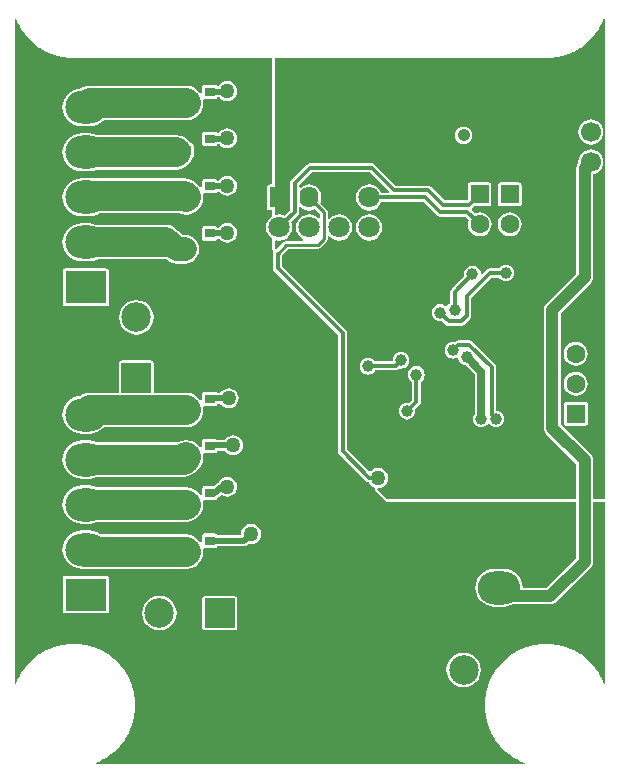
<source format=gbl>
G04 Layer_Physical_Order=2*
G04 Layer_Color=16711680*
%FSLAX25Y25*%
%MOIN*%
G70*
G01*
G75*
%ADD22C,0.01968*%
%ADD23C,0.01378*%
%ADD25C,0.02756*%
%ADD26C,0.09842*%
%ADD28C,0.07087*%
%ADD29O,0.06299X0.07087*%
%ADD30R,0.06299X0.07087*%
%ADD31C,0.04134*%
%ADD32C,0.06693*%
%ADD33R,0.06693X0.06693*%
%ADD34R,0.06299X0.06299*%
%ADD35C,0.06299*%
%ADD36R,0.09842X0.09842*%
%ADD37R,0.09842X0.09842*%
%ADD38C,0.02756*%
%ADD39C,0.03937*%
%ADD40C,0.05000*%
%ADD41R,0.03543X0.03150*%
%ADD42C,0.03937*%
%ADD43C,0.01000*%
%ADD44C,0.09842*%
%ADD45C,0.07874*%
%ADD46O,0.13780X0.11024*%
%ADD47R,0.13780X0.11024*%
%ADD48R,0.14173X0.11024*%
%ADD49O,0.14173X0.11024*%
G36*
X1239Y246868D02*
X1268Y246823D01*
X1286Y246772D01*
X2576Y244538D01*
X2611Y244497D01*
X2635Y244449D01*
X4206Y242402D01*
X4247Y242366D01*
X4276Y242322D01*
X6101Y240497D01*
X6146Y240467D01*
X6181Y240427D01*
X8228Y238856D01*
X8277Y238832D01*
X8317Y238796D01*
X10552Y237506D01*
X10603Y237489D01*
X10648Y237459D01*
X13032Y236472D01*
X13084Y236461D01*
X13133Y236437D01*
X15625Y235770D01*
X15679Y235766D01*
X15730Y235749D01*
X18288Y235412D01*
X18342Y235415D01*
X18394Y235405D01*
X19685D01*
X85799D01*
Y193335D01*
X84961D01*
X84649Y193273D01*
X84384Y193096D01*
X84207Y192832D01*
X84145Y192520D01*
Y185433D01*
X84207Y185121D01*
X84384Y184856D01*
X84649Y184679D01*
X84961Y184617D01*
X85799D01*
Y183532D01*
X85817Y183438D01*
X85821Y183341D01*
X85848Y183283D01*
X85861Y183220D01*
X85897Y182945D01*
X85727Y182627D01*
X85712Y182611D01*
X85013Y182074D01*
X84316Y181167D01*
X83879Y180110D01*
X83729Y178976D01*
X83879Y177843D01*
X84316Y176786D01*
X85013Y175879D01*
X85712Y175342D01*
X85727Y175326D01*
X85897Y175008D01*
X85861Y174733D01*
X85848Y174670D01*
X85821Y174611D01*
X85817Y174515D01*
X85799Y174421D01*
Y171964D01*
X85822Y171847D01*
X85834Y171727D01*
X85853Y171692D01*
X85861Y171652D01*
X85927Y171552D01*
X85984Y171446D01*
X86015Y171421D01*
X86037Y171388D01*
X86196Y170856D01*
X86080Y170276D01*
Y165354D01*
X86196Y164773D01*
X86525Y164281D01*
X107734Y143072D01*
Y104331D01*
X107849Y103750D01*
X108178Y103257D01*
X117037Y94399D01*
X117037Y94399D01*
X117529Y94070D01*
X118110Y93954D01*
X118110Y93954D01*
X118120D01*
X118180Y93808D01*
X118709Y93119D01*
X119399Y92590D01*
X119781Y92431D01*
X119864Y92370D01*
X120131Y92026D01*
X120126Y91997D01*
X120078Y91833D01*
X120081Y91773D01*
X120069Y91713D01*
X120089Y91615D01*
X120094Y91515D01*
X120120Y91461D01*
X120131Y91401D01*
X120187Y91318D01*
X120230Y91228D01*
X120275Y91187D01*
X120308Y91137D01*
X123632Y87813D01*
X123897Y87636D01*
X124209Y87574D01*
X124209Y87574D01*
X187168D01*
Y68706D01*
X177357Y58895D01*
X169337D01*
X169334Y58898D01*
X169213Y60135D01*
X168852Y61325D01*
X168266Y62421D01*
X167477Y63382D01*
X166516Y64171D01*
X165419Y64757D01*
X164229Y65118D01*
X162992Y65240D01*
X159843D01*
X158605Y65118D01*
X157415Y64757D01*
X156319Y64171D01*
X155358Y63382D01*
X154569Y62421D01*
X153983Y61325D01*
X153622Y60135D01*
X153500Y58898D01*
X153622Y57660D01*
X153983Y56471D01*
X154569Y55374D01*
X155358Y54413D01*
X156319Y53624D01*
X157415Y53038D01*
X158605Y52677D01*
X159843Y52555D01*
X162992D01*
X164229Y52677D01*
X165419Y53038D01*
X165928Y53310D01*
X178513D01*
X179236Y53405D01*
X179910Y53684D01*
X180488Y54128D01*
X191935Y65575D01*
X192379Y66153D01*
X192658Y66827D01*
X192753Y67550D01*
Y87574D01*
X196850D01*
Y27039D01*
X196350Y26939D01*
X195612Y28723D01*
X195582Y28767D01*
X195565Y28818D01*
X194274Y31053D01*
X194239Y31093D01*
X194215Y31142D01*
X192644Y33189D01*
X192604Y33224D01*
X192574Y33269D01*
X190749Y35094D01*
X190705Y35124D01*
X190669Y35164D01*
X188622Y36735D01*
X188574Y36759D01*
X188533Y36794D01*
X186299Y38084D01*
X186248Y38102D01*
X186203Y38131D01*
X183819Y39119D01*
X183766Y39129D01*
X183718Y39153D01*
X181225Y39821D01*
X181172Y39825D01*
X181121Y39842D01*
X178562Y40179D01*
X178509Y40175D01*
X178456Y40186D01*
X175875D01*
X175822Y40175D01*
X175768Y40179D01*
X173210Y39842D01*
X173159Y39825D01*
X173105Y39821D01*
X170613Y39153D01*
X170565Y39129D01*
X170512Y39119D01*
X168128Y38131D01*
X168083Y38102D01*
X168032Y38084D01*
X165798Y36794D01*
X165757Y36759D01*
X165709Y36735D01*
X163662Y35164D01*
X163626Y35123D01*
X163582Y35094D01*
X161757Y33269D01*
X161727Y33224D01*
X161687Y33189D01*
X160116Y31141D01*
X160092Y31093D01*
X160056Y31053D01*
X158766Y28818D01*
X158749Y28767D01*
X158719Y28722D01*
X157731Y26338D01*
X157721Y26286D01*
X157697Y26237D01*
X157029Y23745D01*
X157026Y23691D01*
X157009Y23640D01*
X156672Y21082D01*
X156675Y21028D01*
X156665Y20976D01*
Y18395D01*
X156675Y18342D01*
X156672Y18288D01*
X157009Y15730D01*
X157026Y15679D01*
X157029Y15625D01*
X157697Y13133D01*
X157721Y13084D01*
X157731Y13032D01*
X158719Y10648D01*
X158749Y10603D01*
X158766Y10552D01*
X160056Y8317D01*
X160092Y8277D01*
X160116Y8229D01*
X161687Y6181D01*
X161727Y6146D01*
X161757Y6101D01*
X163582Y4276D01*
X163626Y4247D01*
X163662Y4206D01*
X165709Y2635D01*
X165757Y2612D01*
X165798Y2576D01*
X168032Y1286D01*
X168083Y1268D01*
X168128Y1239D01*
X169911Y500D01*
X169812Y0D01*
X27039D01*
X26939Y500D01*
X28723Y1239D01*
X28767Y1268D01*
X28818Y1286D01*
X31053Y2576D01*
X31093Y2611D01*
X31142Y2635D01*
X33189Y4206D01*
X33224Y4247D01*
X33269Y4276D01*
X35094Y6101D01*
X35124Y6146D01*
X35164Y6181D01*
X36735Y8228D01*
X36759Y8277D01*
X36794Y8317D01*
X38084Y10552D01*
X38102Y10603D01*
X38131Y10648D01*
X39119Y13032D01*
X39129Y13084D01*
X39153Y13133D01*
X39821Y15625D01*
X39825Y15679D01*
X39842Y15730D01*
X40179Y18288D01*
X40175Y18342D01*
X40186Y18394D01*
Y20976D01*
X40175Y21028D01*
X40179Y21082D01*
X39842Y23640D01*
X39825Y23691D01*
X39821Y23745D01*
X39153Y26237D01*
X39129Y26286D01*
X39119Y26338D01*
X38131Y28722D01*
X38102Y28767D01*
X38084Y28818D01*
X36794Y31053D01*
X36759Y31093D01*
X36735Y31141D01*
X35164Y33189D01*
X35123Y33224D01*
X35094Y33269D01*
X33269Y35094D01*
X33224Y35123D01*
X33189Y35164D01*
X31141Y36735D01*
X31093Y36759D01*
X31053Y36794D01*
X28818Y38084D01*
X28767Y38102D01*
X28722Y38131D01*
X26338Y39119D01*
X26286Y39129D01*
X26237Y39153D01*
X23745Y39821D01*
X23691Y39825D01*
X23640Y39842D01*
X21082Y40179D01*
X21028Y40175D01*
X20976Y40186D01*
X19685D01*
X19685Y40186D01*
X18395Y40186D01*
X18342Y40175D01*
X18288Y40179D01*
X15730Y39842D01*
X15679Y39825D01*
X15625Y39821D01*
X13133Y39153D01*
X13084Y39129D01*
X13032Y39119D01*
X10648Y38131D01*
X10603Y38102D01*
X10552Y38084D01*
X8317Y36794D01*
X8277Y36759D01*
X8229Y36735D01*
X6181Y35164D01*
X6146Y35123D01*
X6101Y35094D01*
X4276Y33269D01*
X4247Y33224D01*
X4206Y33189D01*
X2635Y31141D01*
X2612Y31093D01*
X2576Y31053D01*
X1286Y28818D01*
X1268Y28767D01*
X1239Y28722D01*
X500Y26939D01*
X0Y27039D01*
Y248552D01*
X500Y248651D01*
X1239Y246868D01*
D02*
G37*
G36*
X95293Y185766D02*
X96118Y185133D01*
X97079Y184735D01*
X98110Y184599D01*
X99141Y184735D01*
X100086Y185126D01*
X101628Y183584D01*
Y182270D01*
X101128Y182135D01*
X100301Y182770D01*
X99244Y183208D01*
X98110Y183357D01*
X96976Y183208D01*
X95920Y182770D01*
X95013Y182074D01*
X94316Y181167D01*
X93879Y180110D01*
X93730Y178976D01*
X93879Y177843D01*
X94316Y176786D01*
X95013Y175879D01*
X95920Y175182D01*
X96231Y175054D01*
X96131Y174554D01*
X90551D01*
X90044Y174453D01*
X89614Y174166D01*
X87154Y171705D01*
X87114Y171697D01*
X86614Y171964D01*
Y174421D01*
X87114Y174727D01*
X88110Y174596D01*
X89244Y174745D01*
X90301Y175182D01*
X91208Y175879D01*
X91904Y176786D01*
X92342Y177843D01*
X92491Y178976D01*
X92342Y180110D01*
X92063Y180782D01*
X94351Y183071D01*
X94351Y183071D01*
X94681Y183563D01*
X94796Y184144D01*
X94796Y184144D01*
Y185636D01*
X95270Y185797D01*
X95293Y185766D01*
D02*
G37*
G36*
X196850Y248552D02*
Y88389D01*
X192753D01*
Y101378D01*
X192658Y102101D01*
X192379Y102774D01*
X191935Y103352D01*
X191935Y103352D01*
X181926Y113361D01*
Y150418D01*
X191935Y160427D01*
X191935Y160427D01*
X192379Y161005D01*
X192658Y161679D01*
X192753Y162402D01*
Y196698D01*
X193127Y196748D01*
X194135Y197166D01*
X195001Y197830D01*
X195666Y198696D01*
X196084Y199705D01*
X196227Y200787D01*
X196084Y201870D01*
X195666Y202878D01*
X195001Y203745D01*
X194135Y204409D01*
X193127Y204827D01*
X192044Y204970D01*
X190962Y204827D01*
X189953Y204409D01*
X189087Y203745D01*
X188422Y202878D01*
X188005Y201870D01*
X187862Y200787D01*
X187892Y200556D01*
X187542Y200100D01*
X187263Y199426D01*
X187168Y198704D01*
Y163558D01*
X177159Y153549D01*
X176716Y152971D01*
X176437Y152297D01*
X176341Y151575D01*
Y112205D01*
X176437Y111482D01*
X176716Y110809D01*
X177159Y110230D01*
X187168Y100221D01*
Y88389D01*
X124209D01*
X120885Y91713D01*
X121150Y92155D01*
X121924Y92257D01*
X122727Y92590D01*
X123417Y93119D01*
X123946Y93808D01*
X124278Y94611D01*
X124391Y95472D01*
X124278Y96334D01*
X123946Y97137D01*
X123417Y97826D01*
X122727Y98355D01*
X121924Y98687D01*
X121063Y98801D01*
X120202Y98687D01*
X119399Y98355D01*
X118709Y97826D01*
X118590Y97671D01*
X118091Y97638D01*
X110770Y104959D01*
Y143701D01*
X110654Y144282D01*
X110326Y144774D01*
X89117Y165983D01*
Y169919D01*
X91100Y171903D01*
X101086D01*
X101593Y172004D01*
X102023Y172291D01*
X103891Y174159D01*
X104178Y174589D01*
X104279Y175096D01*
Y176013D01*
X104779Y176183D01*
X105013Y175879D01*
X105920Y175182D01*
X106976Y174745D01*
X108110Y174596D01*
X109244Y174745D01*
X110301Y175182D01*
X111208Y175879D01*
X111904Y176786D01*
X112342Y177843D01*
X112491Y178976D01*
X112342Y180110D01*
X111904Y181167D01*
X111208Y182074D01*
X110301Y182770D01*
X109244Y183208D01*
X108110Y183357D01*
X106976Y183208D01*
X105920Y182770D01*
X105013Y182074D01*
X104779Y181770D01*
X104279Y181939D01*
Y184133D01*
X104178Y184640D01*
X103891Y185070D01*
X101797Y187164D01*
X101958Y187552D01*
X102094Y188583D01*
Y189370D01*
X101958Y190401D01*
X101560Y191362D01*
X100927Y192187D01*
X100102Y192820D01*
X99141Y193218D01*
X98110Y193354D01*
X97079Y193218D01*
X96118Y192820D01*
X95293Y192187D01*
X95270Y192156D01*
X94796Y192317D01*
Y193043D01*
X99054Y197301D01*
X118466D01*
X124810Y190956D01*
X124619Y190495D01*
X122183D01*
X121904Y191167D01*
X121208Y192074D01*
X120301Y192770D01*
X119244Y193208D01*
X118110Y193357D01*
X116976Y193208D01*
X115920Y192770D01*
X115013Y192074D01*
X114316Y191167D01*
X113879Y190110D01*
X113730Y188976D01*
X113879Y187843D01*
X114316Y186786D01*
X115013Y185879D01*
X115920Y185182D01*
X116976Y184745D01*
X118110Y184596D01*
X119244Y184745D01*
X120301Y185182D01*
X121208Y185879D01*
X121904Y186786D01*
X122183Y187458D01*
X136182D01*
X140659Y182982D01*
X141151Y182652D01*
X141732Y182537D01*
X150259D01*
X151291Y181505D01*
X151095Y181031D01*
X150959Y180000D01*
X151095Y178969D01*
X151493Y178008D01*
X152126Y177183D01*
X152951Y176550D01*
X153912Y176152D01*
X154943Y176016D01*
X155974Y176152D01*
X156935Y176550D01*
X157760Y177183D01*
X158393Y178008D01*
X158791Y178969D01*
X158927Y180000D01*
X158791Y181031D01*
X158393Y181992D01*
X157760Y182817D01*
X156935Y183450D01*
X155974Y183848D01*
X154943Y183984D01*
X153912Y183848D01*
X153438Y183652D01*
X152297Y184793D01*
X152346Y185291D01*
X152450Y185360D01*
X153125Y186035D01*
X158093D01*
X158405Y186097D01*
X158669Y186274D01*
X158846Y186538D01*
X158908Y186850D01*
Y193150D01*
X158846Y193462D01*
X158669Y193726D01*
X158405Y193903D01*
X158093Y193965D01*
X151793D01*
X151481Y193903D01*
X151217Y193726D01*
X151040Y193462D01*
X150978Y193150D01*
Y188182D01*
X150747Y187951D01*
X143346D01*
X138870Y192428D01*
X138377Y192757D01*
X137796Y192873D01*
X127188D01*
X120168Y199892D01*
X119676Y200221D01*
X119095Y200337D01*
X98425D01*
X97844Y200221D01*
X97352Y199892D01*
X92204Y194745D01*
X91875Y194253D01*
X91760Y193672D01*
Y184773D01*
X89916Y182929D01*
X89244Y183208D01*
X88110Y183357D01*
X87114Y183226D01*
X86614Y183532D01*
Y235405D01*
X175875Y235405D01*
X178456D01*
X178508Y235415D01*
X178562Y235412D01*
X181121Y235749D01*
X181171Y235766D01*
X181225Y235770D01*
X183718Y236437D01*
X183766Y236461D01*
X183819Y236472D01*
X186203Y237459D01*
X186247Y237489D01*
X186298Y237506D01*
X188533Y238797D01*
X188574Y238832D01*
X188622Y238856D01*
X190669Y240427D01*
X190705Y240467D01*
X190749Y240497D01*
X192574Y242322D01*
X192604Y242366D01*
X192644Y242402D01*
X194215Y244449D01*
X194239Y244497D01*
X194274Y244538D01*
X195565Y246773D01*
X195582Y246824D01*
X195612Y246868D01*
X196350Y248651D01*
X196850Y248552D01*
D02*
G37*
%LPC*%
G36*
X45472Y134674D02*
X35630D01*
X35318Y134612D01*
X35053Y134435D01*
X34876Y134170D01*
X34814Y133858D01*
Y124016D01*
X34704Y123881D01*
X25118D01*
X23625Y123684D01*
X22233Y123108D01*
X22005Y122933D01*
X21007Y122835D01*
X19817Y122474D01*
X18721Y121888D01*
X17759Y121099D01*
X16971Y120138D01*
X16385Y119041D01*
X16024Y117851D01*
X15902Y116614D01*
X16024Y115377D01*
X16385Y114187D01*
X16971Y113091D01*
X17759Y112129D01*
X18721Y111341D01*
X19817Y110755D01*
X21007Y110394D01*
X22244Y110272D01*
X25000D01*
X26237Y110394D01*
X27427Y110755D01*
X28524Y111341D01*
X29485Y112129D01*
X29657Y112340D01*
X57087D01*
X58580Y112536D01*
X59972Y113113D01*
X61167Y114030D01*
X62084Y115225D01*
X62661Y116617D01*
X62857Y118110D01*
X62732Y119063D01*
X63184Y119461D01*
X63189Y119460D01*
X66732D01*
X67044Y119522D01*
X67309Y119699D01*
X67486Y119964D01*
X67538Y120228D01*
X68496D01*
X68906Y119694D01*
X69596Y119165D01*
X70398Y118832D01*
X71260Y118719D01*
X72121Y118832D01*
X72924Y119165D01*
X73613Y119694D01*
X74142Y120383D01*
X74475Y121186D01*
X74588Y122047D01*
X74475Y122909D01*
X74142Y123712D01*
X73613Y124401D01*
X72924Y124930D01*
X72121Y125262D01*
X71260Y125376D01*
X70398Y125262D01*
X69596Y124930D01*
X68906Y124401D01*
X68496Y123866D01*
X67400D01*
X67309Y124002D01*
X67044Y124179D01*
X66732Y124241D01*
X63189D01*
X62877Y124179D01*
X62612Y124002D01*
X62435Y123737D01*
X62373Y123425D01*
Y121440D01*
X61873Y121270D01*
X61167Y122191D01*
X59972Y123108D01*
X58580Y123684D01*
X57087Y123881D01*
X46399D01*
X46288Y124016D01*
Y133858D01*
X46226Y134170D01*
X46049Y134435D01*
X45785Y134612D01*
X45472Y134674D01*
D02*
G37*
G36*
X72835Y109628D02*
X71973Y109514D01*
X71170Y109182D01*
X70481Y108653D01*
X70071Y108118D01*
X67400D01*
X67309Y108254D01*
X67044Y108431D01*
X66732Y108493D01*
X63189D01*
X62877Y108431D01*
X62612Y108254D01*
X62435Y107989D01*
X62373Y107677D01*
Y105692D01*
X61873Y105522D01*
X61167Y106443D01*
X59972Y107360D01*
X58580Y107936D01*
X57087Y108133D01*
X55593Y107936D01*
X54262Y107385D01*
X27593D01*
X27427Y107474D01*
X26237Y107835D01*
X25000Y107957D01*
X22244D01*
X21007Y107835D01*
X19817Y107474D01*
X18721Y106888D01*
X17759Y106099D01*
X16971Y105138D01*
X16385Y104041D01*
X16024Y102851D01*
X15902Y101614D01*
X16024Y100377D01*
X16385Y99187D01*
X16971Y98090D01*
X17759Y97129D01*
X18721Y96341D01*
X19817Y95755D01*
X21007Y95394D01*
X22244Y95272D01*
X25000D01*
X26237Y95394D01*
X27427Y95755D01*
X27593Y95843D01*
X56339D01*
X57832Y96040D01*
X59224Y96617D01*
X60419Y97534D01*
X61167Y98282D01*
X62084Y99477D01*
X62661Y100869D01*
X62857Y102362D01*
X62732Y103315D01*
X63184Y103713D01*
X63189Y103712D01*
X66732D01*
X67044Y103774D01*
X67309Y103951D01*
X67486Y104215D01*
X67538Y104480D01*
X70071D01*
X70481Y103946D01*
X71170Y103417D01*
X71973Y103084D01*
X72835Y102971D01*
X73696Y103084D01*
X74499Y103417D01*
X75188Y103946D01*
X75717Y104635D01*
X76050Y105438D01*
X76163Y106299D01*
X76050Y107161D01*
X75717Y107963D01*
X75188Y108653D01*
X74499Y109182D01*
X73696Y109514D01*
X72835Y109628D01*
D02*
G37*
G36*
X73228Y56131D02*
X63386D01*
X63074Y56068D01*
X62809Y55892D01*
X62632Y55627D01*
X62570Y55315D01*
Y45472D01*
X62632Y45160D01*
X62809Y44896D01*
X63074Y44719D01*
X63386Y44657D01*
X73228D01*
X73541Y44719D01*
X73805Y44896D01*
X73982Y45160D01*
X74044Y45472D01*
Y55315D01*
X73982Y55627D01*
X73805Y55892D01*
X73541Y56068D01*
X73228Y56131D01*
D02*
G37*
G36*
X48228Y56164D02*
X46735Y55968D01*
X45343Y55391D01*
X44148Y54474D01*
X43231Y53279D01*
X42654Y51887D01*
X42458Y50394D01*
X42654Y48900D01*
X43231Y47508D01*
X44148Y46313D01*
X45343Y45396D01*
X46735Y44820D01*
X48228Y44623D01*
X49722Y44820D01*
X51114Y45396D01*
X52309Y46313D01*
X53226Y47508D01*
X53802Y48900D01*
X53999Y50394D01*
X53802Y51887D01*
X53226Y53279D01*
X52309Y54474D01*
X51114Y55391D01*
X49722Y55968D01*
X48228Y56164D01*
D02*
G37*
G36*
X149606Y37267D02*
X148113Y37070D01*
X146721Y36494D01*
X145526Y35577D01*
X144609Y34381D01*
X144032Y32990D01*
X143836Y31496D01*
X144032Y30002D01*
X144609Y28611D01*
X145526Y27416D01*
X146721Y26499D01*
X148113Y25922D01*
X149606Y25725D01*
X151100Y25922D01*
X152492Y26499D01*
X153687Y27416D01*
X154604Y28611D01*
X155180Y30002D01*
X155377Y31496D01*
X155180Y32990D01*
X154604Y34381D01*
X153687Y35577D01*
X152492Y36494D01*
X151100Y37070D01*
X149606Y37267D01*
D02*
G37*
G36*
X70866Y95848D02*
X70005Y95735D01*
X69202Y95402D01*
X68512Y94873D01*
X67984Y94184D01*
X67910Y94005D01*
X67611Y93806D01*
X67611Y93806D01*
X66550Y92745D01*
X63189D01*
X62877Y92683D01*
X62612Y92506D01*
X62435Y92241D01*
X62373Y91929D01*
Y89944D01*
X61873Y89774D01*
X61167Y90695D01*
X59972Y91612D01*
X58580Y92188D01*
X57087Y92385D01*
X27593D01*
X27427Y92474D01*
X26237Y92835D01*
X25000Y92957D01*
X22244D01*
X21007Y92835D01*
X19817Y92474D01*
X18721Y91888D01*
X17759Y91099D01*
X16971Y90138D01*
X16385Y89041D01*
X16024Y87852D01*
X15902Y86614D01*
X16024Y85377D01*
X16385Y84187D01*
X16971Y83091D01*
X17759Y82129D01*
X18721Y81341D01*
X19817Y80755D01*
X21007Y80394D01*
X22244Y80272D01*
X25000D01*
X26237Y80394D01*
X27427Y80755D01*
X27593Y80844D01*
X57087D01*
X58580Y81040D01*
X59972Y81617D01*
X61167Y82534D01*
X62084Y83729D01*
X62661Y85121D01*
X62857Y86614D01*
X62732Y87567D01*
X63184Y87965D01*
X63189Y87964D01*
X66732D01*
X67044Y88026D01*
X67309Y88203D01*
X67486Y88467D01*
X67542Y88749D01*
X68019Y89068D01*
X68854Y89904D01*
X69202Y89637D01*
X70005Y89305D01*
X70866Y89191D01*
X71728Y89305D01*
X72530Y89637D01*
X73220Y90166D01*
X73749Y90855D01*
X74081Y91658D01*
X74195Y92520D01*
X74081Y93381D01*
X73749Y94184D01*
X73220Y94873D01*
X72530Y95402D01*
X71728Y95735D01*
X70866Y95848D01*
D02*
G37*
G36*
X78740Y80100D02*
X77879Y79987D01*
X77076Y79654D01*
X76387Y79125D01*
X75858Y78436D01*
X75525Y77633D01*
X75412Y76772D01*
X75108Y76425D01*
X67499D01*
X67486Y76493D01*
X67309Y76758D01*
X67044Y76935D01*
X66732Y76997D01*
X63189D01*
X62877Y76935D01*
X62612Y76758D01*
X62435Y76493D01*
X62373Y76181D01*
Y74196D01*
X61873Y74026D01*
X61167Y74947D01*
X59972Y75864D01*
X58580Y76440D01*
X57087Y76637D01*
X28829D01*
X28524Y76888D01*
X27427Y77474D01*
X26237Y77835D01*
X25000Y77956D01*
X22244D01*
X21007Y77835D01*
X19817Y77474D01*
X18721Y76888D01*
X17759Y76099D01*
X16971Y75138D01*
X16385Y74041D01*
X16024Y72852D01*
X15902Y71614D01*
X16024Y70377D01*
X16385Y69187D01*
X16971Y68090D01*
X17759Y67129D01*
X18721Y66341D01*
X19817Y65755D01*
X21007Y65394D01*
X22244Y65272D01*
X23031D01*
X24370Y65096D01*
X57087D01*
X58580Y65292D01*
X59972Y65869D01*
X61167Y66786D01*
X62084Y67981D01*
X62661Y69373D01*
X62857Y70866D01*
X62732Y71819D01*
X63184Y72217D01*
X63189Y72216D01*
X66732D01*
X67044Y72278D01*
X67309Y72455D01*
X67486Y72719D01*
X67499Y72787D01*
X76575D01*
X76575Y72787D01*
X77271Y72926D01*
X77861Y73320D01*
X78072Y73531D01*
X78740Y73443D01*
X79602Y73557D01*
X80404Y73889D01*
X81094Y74418D01*
X81623Y75107D01*
X81955Y75910D01*
X82069Y76772D01*
X81955Y77633D01*
X81623Y78436D01*
X81094Y79125D01*
X80404Y79654D01*
X79602Y79987D01*
X78740Y80100D01*
D02*
G37*
G36*
X30512Y62942D02*
X16732D01*
X16420Y62880D01*
X16156Y62703D01*
X15979Y62438D01*
X15917Y62126D01*
Y51102D01*
X15979Y50790D01*
X16156Y50526D01*
X16420Y50349D01*
X16732Y50287D01*
X30512D01*
X30824Y50349D01*
X31089Y50526D01*
X31265Y50790D01*
X31328Y51102D01*
Y62126D01*
X31265Y62438D01*
X31089Y62703D01*
X30824Y62880D01*
X30512Y62942D01*
D02*
G37*
G36*
X25000Y210319D02*
X22244D01*
X21007Y210197D01*
X19817Y209836D01*
X18721Y209250D01*
X17759Y208461D01*
X16971Y207500D01*
X16385Y206403D01*
X16024Y205214D01*
X15902Y203976D01*
X16024Y202739D01*
X16385Y201549D01*
X16971Y200453D01*
X17759Y199492D01*
X18721Y198703D01*
X19817Y198117D01*
X21007Y197756D01*
X22244Y197634D01*
X25000D01*
X26237Y197756D01*
X27427Y198117D01*
X27593Y198206D01*
X53799D01*
X55292Y198402D01*
X56684Y198979D01*
X57879Y199896D01*
X58796Y201091D01*
X59373Y202483D01*
X59380Y202536D01*
X59435Y202573D01*
X59612Y202837D01*
X59674Y203150D01*
Y206299D01*
X59612Y206611D01*
X59435Y206876D01*
X59170Y207053D01*
X58858Y207115D01*
X58602D01*
X57879Y208057D01*
X56684Y208974D01*
X55292Y209550D01*
X53799Y209747D01*
X27593D01*
X27427Y209836D01*
X26237Y210197D01*
X25000Y210319D01*
D02*
G37*
G36*
X70866Y196242D02*
X70005Y196128D01*
X69202Y195796D01*
X68512Y195267D01*
X67984Y194578D01*
X67966Y194536D01*
X67499D01*
X67486Y194604D01*
X67309Y194868D01*
X67044Y195045D01*
X66732Y195107D01*
X63189D01*
X62877Y195045D01*
X62612Y194868D01*
X62435Y194604D01*
X62373Y194291D01*
Y192306D01*
X61873Y192136D01*
X61167Y193057D01*
X60620Y193604D01*
X59425Y194521D01*
X58033Y195098D01*
X56539Y195294D01*
X25249D01*
X25000Y195319D01*
X22244D01*
X21007Y195197D01*
X19817Y194836D01*
X18721Y194250D01*
X17759Y193461D01*
X16971Y192500D01*
X16385Y191403D01*
X16024Y190214D01*
X15902Y188976D01*
X16024Y187739D01*
X16385Y186549D01*
X16971Y185453D01*
X17759Y184492D01*
X18721Y183703D01*
X19817Y183117D01*
X21007Y182756D01*
X22244Y182634D01*
X25000D01*
X26237Y182756D01*
X27427Y183117D01*
X28524Y183703D01*
X28585Y183753D01*
X54747D01*
X55593Y183402D01*
X57087Y183206D01*
X58580Y183402D01*
X59972Y183979D01*
X61167Y184896D01*
X62084Y186091D01*
X62661Y187483D01*
X62857Y188976D01*
X62732Y189929D01*
X63184Y190327D01*
X63189Y190326D01*
X66732D01*
X67044Y190388D01*
X67309Y190565D01*
X67486Y190830D01*
X67499Y190897D01*
X68253D01*
X68512Y190560D01*
X69202Y190031D01*
X70005Y189698D01*
X70866Y189585D01*
X71728Y189698D01*
X72530Y190031D01*
X73220Y190560D01*
X73749Y191249D01*
X74081Y192052D01*
X74195Y192913D01*
X74081Y193775D01*
X73749Y194578D01*
X73220Y195267D01*
X72530Y195796D01*
X71728Y196128D01*
X70866Y196242D01*
D02*
G37*
G36*
Y227738D02*
X70005Y227625D01*
X69202Y227292D01*
X68512Y226763D01*
X67984Y226074D01*
X67966Y226032D01*
X67499D01*
X67486Y226099D01*
X67309Y226364D01*
X67044Y226541D01*
X66732Y226603D01*
X63189D01*
X62877Y226541D01*
X62612Y226364D01*
X62435Y226099D01*
X62373Y225787D01*
Y223802D01*
X61873Y223633D01*
X61167Y224553D01*
X59972Y225470D01*
X58580Y226046D01*
X57087Y226243D01*
X25118D01*
X23625Y226046D01*
X22233Y225470D01*
X22005Y225295D01*
X21007Y225197D01*
X19817Y224836D01*
X18721Y224250D01*
X17759Y223461D01*
X16971Y222500D01*
X16385Y221404D01*
X16024Y220214D01*
X15902Y218976D01*
X16024Y217739D01*
X16385Y216549D01*
X16971Y215453D01*
X17759Y214492D01*
X18721Y213703D01*
X19817Y213117D01*
X21007Y212756D01*
X22244Y212634D01*
X25000D01*
X26237Y212756D01*
X27427Y213117D01*
X28524Y213703D01*
X29485Y214492D01*
X29657Y214702D01*
X57087D01*
X58580Y214898D01*
X59972Y215475D01*
X61167Y216392D01*
X62084Y217587D01*
X62661Y218979D01*
X62857Y220472D01*
X62732Y221426D01*
X63184Y221823D01*
X63189Y221822D01*
X66732D01*
X67044Y221884D01*
X67309Y222061D01*
X67486Y222326D01*
X67499Y222393D01*
X68253D01*
X68512Y222056D01*
X69202Y221527D01*
X70005Y221194D01*
X70866Y221081D01*
X71728Y221194D01*
X72530Y221527D01*
X73220Y222056D01*
X73749Y222745D01*
X74081Y223548D01*
X74195Y224410D01*
X74081Y225271D01*
X73749Y226074D01*
X73220Y226763D01*
X72530Y227292D01*
X71728Y227625D01*
X70866Y227738D01*
D02*
G37*
G36*
Y211990D02*
X70005Y211877D01*
X69202Y211544D01*
X68512Y211015D01*
X67984Y210326D01*
X67966Y210284D01*
X67499D01*
X67486Y210351D01*
X67309Y210616D01*
X67044Y210793D01*
X66732Y210855D01*
X63189D01*
X62877Y210793D01*
X62612Y210616D01*
X62435Y210351D01*
X62373Y210039D01*
Y206890D01*
X62435Y206578D01*
X62612Y206313D01*
X62877Y206136D01*
X63189Y206074D01*
X66732D01*
X67044Y206136D01*
X67309Y206313D01*
X67486Y206578D01*
X67499Y206645D01*
X68253D01*
X68512Y206308D01*
X69202Y205779D01*
X70005Y205446D01*
X70866Y205333D01*
X71728Y205446D01*
X72530Y205779D01*
X73220Y206308D01*
X73749Y206997D01*
X74081Y207800D01*
X74195Y208661D01*
X74081Y209523D01*
X73749Y210326D01*
X73220Y211015D01*
X72530Y211544D01*
X71728Y211877D01*
X70866Y211990D01*
D02*
G37*
G36*
X30512Y165304D02*
X16732D01*
X16420Y165242D01*
X16156Y165065D01*
X15979Y164800D01*
X15917Y164488D01*
Y153465D01*
X15979Y153152D01*
X16156Y152888D01*
X16420Y152711D01*
X16732Y152649D01*
X30512D01*
X30824Y152711D01*
X31089Y152888D01*
X31265Y153152D01*
X31328Y153465D01*
Y164488D01*
X31265Y164800D01*
X31089Y165065D01*
X30824Y165242D01*
X30512Y165304D01*
D02*
G37*
G36*
X40551Y154786D02*
X39058Y154590D01*
X37666Y154013D01*
X36471Y153096D01*
X35554Y151901D01*
X34977Y150509D01*
X34780Y149016D01*
X34977Y147522D01*
X35554Y146130D01*
X36471Y144935D01*
X37666Y144018D01*
X39058Y143442D01*
X40551Y143245D01*
X42045Y143442D01*
X43437Y144018D01*
X44632Y144935D01*
X45549Y146130D01*
X46125Y147522D01*
X46322Y149016D01*
X46125Y150509D01*
X45549Y151901D01*
X44632Y153096D01*
X43437Y154013D01*
X42045Y154590D01*
X40551Y154786D01*
D02*
G37*
G36*
X25000Y180319D02*
X22244D01*
X21007Y180197D01*
X19817Y179836D01*
X18721Y179250D01*
X17759Y178461D01*
X16971Y177500D01*
X16385Y176403D01*
X16024Y175214D01*
X15902Y173976D01*
X16024Y172739D01*
X16385Y171549D01*
X16971Y170453D01*
X17759Y169492D01*
X18721Y168703D01*
X19817Y168117D01*
X21007Y167756D01*
X22244Y167634D01*
X25000D01*
X26237Y167756D01*
X27427Y168117D01*
X27943Y168393D01*
X50147D01*
X50506Y168440D01*
X50627Y168318D01*
X51617Y167559D01*
X52769Y167081D01*
X54006Y166919D01*
X56650D01*
X57887Y167081D01*
X59039Y167559D01*
X60028Y168318D01*
X60788Y169307D01*
X61265Y170460D01*
X61428Y171696D01*
X61265Y172933D01*
X60788Y174085D01*
X60028Y175075D01*
X59039Y175834D01*
X57887Y176312D01*
X56650Y176474D01*
X55985D01*
X54918Y177542D01*
X54550Y177824D01*
X54228Y178244D01*
X53033Y179161D01*
X51641Y179737D01*
X50147Y179934D01*
X27105D01*
X26237Y180197D01*
X25000Y180319D01*
D02*
G37*
G36*
X70866Y180494D02*
X70005Y180380D01*
X69202Y180048D01*
X68512Y179519D01*
X67984Y178830D01*
X67966Y178788D01*
X67499D01*
X67486Y178855D01*
X67309Y179120D01*
X67044Y179297D01*
X66732Y179359D01*
X63189D01*
X62877Y179297D01*
X62612Y179120D01*
X62435Y178855D01*
X62373Y178543D01*
Y175394D01*
X62435Y175082D01*
X62612Y174817D01*
X62877Y174640D01*
X63189Y174578D01*
X66732D01*
X67044Y174640D01*
X67309Y174817D01*
X67486Y175082D01*
X67499Y175149D01*
X68253D01*
X68512Y174812D01*
X69202Y174283D01*
X70005Y173950D01*
X70866Y173837D01*
X71728Y173950D01*
X72530Y174283D01*
X73220Y174812D01*
X73749Y175501D01*
X74081Y176304D01*
X74195Y177165D01*
X74081Y178027D01*
X73749Y178830D01*
X73220Y179519D01*
X72530Y180048D01*
X71728Y180380D01*
X70866Y180494D01*
D02*
G37*
G36*
X190157Y120855D02*
X183858D01*
X183546Y120793D01*
X183282Y120616D01*
X183105Y120352D01*
X183043Y120039D01*
Y113740D01*
X183105Y113428D01*
X183282Y113163D01*
X183546Y112987D01*
X183858Y112925D01*
X190157D01*
X190470Y112987D01*
X190734Y113163D01*
X190911Y113428D01*
X190973Y113740D01*
Y120039D01*
X190911Y120352D01*
X190734Y120616D01*
X190470Y120793D01*
X190157Y120855D01*
D02*
G37*
G36*
X133858Y132714D02*
X133135Y132618D01*
X132462Y132340D01*
X131884Y131896D01*
X131440Y131317D01*
X131161Y130644D01*
X131066Y129921D01*
X131161Y129199D01*
X131440Y128525D01*
X131884Y127947D01*
X132340Y127597D01*
Y121495D01*
X131279Y120434D01*
X130709Y120509D01*
X129986Y120414D01*
X129313Y120135D01*
X128734Y119691D01*
X128290Y119113D01*
X128011Y118439D01*
X127916Y117717D01*
X128011Y116994D01*
X128290Y116320D01*
X128734Y115742D01*
X129313Y115298D01*
X129986Y115019D01*
X130709Y114924D01*
X131431Y115019D01*
X132105Y115298D01*
X132683Y115742D01*
X133127Y116320D01*
X133406Y116994D01*
X133501Y117717D01*
X133426Y118287D01*
X134932Y119793D01*
X135261Y120285D01*
X135376Y120866D01*
Y127597D01*
X135833Y127947D01*
X136276Y128525D01*
X136556Y129199D01*
X136651Y129921D01*
X136556Y130644D01*
X136276Y131317D01*
X135833Y131896D01*
X135255Y132340D01*
X134581Y132618D01*
X133858Y132714D01*
D02*
G37*
G36*
X128740Y137438D02*
X128017Y137343D01*
X127344Y137064D01*
X126766Y136620D01*
X126322Y136042D01*
X126043Y135368D01*
X125948Y134646D01*
X125725Y134392D01*
X119890D01*
X119691Y134652D01*
X119113Y135096D01*
X118439Y135374D01*
X117717Y135470D01*
X116994Y135374D01*
X116320Y135096D01*
X115742Y134652D01*
X115298Y134073D01*
X115019Y133400D01*
X114924Y132677D01*
X115019Y131954D01*
X115298Y131281D01*
X115742Y130703D01*
X116320Y130259D01*
X116994Y129980D01*
X117717Y129885D01*
X118439Y129980D01*
X119113Y130259D01*
X119691Y130703D01*
X120135Y131281D01*
X120166Y131356D01*
X126969D01*
X127550Y131471D01*
X128042Y131800D01*
X128170Y131928D01*
X128740Y131853D01*
X129463Y131948D01*
X130136Y132227D01*
X130715Y132671D01*
X131158Y133249D01*
X131437Y133923D01*
X131533Y134646D01*
X131437Y135368D01*
X131158Y136042D01*
X130715Y136620D01*
X130136Y137064D01*
X129463Y137343D01*
X128740Y137438D01*
D02*
G37*
G36*
X187008Y140873D02*
X185977Y140738D01*
X185016Y140340D01*
X184191Y139707D01*
X183558Y138882D01*
X183160Y137921D01*
X183024Y136890D01*
X183160Y135859D01*
X183558Y134898D01*
X184191Y134073D01*
X185016Y133440D01*
X185977Y133042D01*
X187008Y132906D01*
X188039Y133042D01*
X189000Y133440D01*
X189825Y134073D01*
X190458Y134898D01*
X190856Y135859D01*
X190992Y136890D01*
X190856Y137921D01*
X190458Y138882D01*
X189825Y139707D01*
X189000Y140340D01*
X188039Y140738D01*
X187008Y140873D01*
D02*
G37*
G36*
Y130873D02*
X185977Y130738D01*
X185016Y130340D01*
X184191Y129707D01*
X183558Y128882D01*
X183160Y127921D01*
X183024Y126890D01*
X183160Y125859D01*
X183558Y124898D01*
X184191Y124073D01*
X185016Y123440D01*
X185977Y123042D01*
X187008Y122906D01*
X188039Y123042D01*
X189000Y123440D01*
X189825Y124073D01*
X190458Y124898D01*
X190856Y125859D01*
X190992Y126890D01*
X190856Y127921D01*
X190458Y128882D01*
X189825Y129707D01*
X189000Y130340D01*
X188039Y130738D01*
X187008Y130873D01*
D02*
G37*
G36*
X147828Y141282D02*
X147248Y141166D01*
X146755Y140837D01*
X146755Y140837D01*
X146615Y140697D01*
X146044Y140772D01*
X145322Y140677D01*
X144648Y140398D01*
X144070Y139954D01*
X143626Y139376D01*
X143347Y138702D01*
X143252Y137979D01*
X143347Y137257D01*
X143626Y136583D01*
X144070Y136005D01*
X144648Y135561D01*
X145322Y135282D01*
X146044Y135187D01*
X146767Y135282D01*
X147335Y135517D01*
X147680Y135396D01*
X147872Y135263D01*
X147893Y135104D01*
X148172Y134431D01*
X148616Y133852D01*
X149194Y133408D01*
X149868Y133130D01*
X150190Y133087D01*
X153291Y129986D01*
Y116811D01*
X153094Y116554D01*
X152815Y115880D01*
X152719Y115157D01*
X152815Y114435D01*
X153094Y113761D01*
X153537Y113183D01*
X154116Y112739D01*
X154789Y112460D01*
X155512Y112365D01*
X156235Y112460D01*
X156908Y112739D01*
X157486Y113183D01*
X157657Y113406D01*
X158287D01*
X158458Y113183D01*
X159037Y112739D01*
X159710Y112460D01*
X160433Y112365D01*
X161155Y112460D01*
X161829Y112739D01*
X162407Y113183D01*
X162851Y113761D01*
X163130Y114435D01*
X163225Y115157D01*
X163130Y115880D01*
X162851Y116553D01*
X162407Y117132D01*
X161829Y117576D01*
X161155Y117854D01*
X160573Y117931D01*
Y132283D01*
X160573Y132283D01*
X160458Y132864D01*
X160129Y133357D01*
X160129Y133357D01*
X152648Y140837D01*
X152156Y141166D01*
X151575Y141282D01*
X147828D01*
X147828Y141282D01*
D02*
G37*
G36*
X168150Y193965D02*
X161850D01*
X161538Y193903D01*
X161274Y193726D01*
X161097Y193462D01*
X161035Y193150D01*
Y186850D01*
X161097Y186538D01*
X161274Y186274D01*
X161538Y186097D01*
X161850Y186035D01*
X168150D01*
X168462Y186097D01*
X168726Y186274D01*
X168903Y186538D01*
X168965Y186850D01*
Y193150D01*
X168903Y193462D01*
X168726Y193726D01*
X168462Y193903D01*
X168150Y193965D01*
D02*
G37*
G36*
X192044Y214970D02*
X190962Y214827D01*
X189953Y214409D01*
X189087Y213745D01*
X188422Y212878D01*
X188005Y211870D01*
X187862Y210787D01*
X188005Y209705D01*
X188422Y208696D01*
X189087Y207830D01*
X189953Y207166D01*
X190962Y206748D01*
X192044Y206605D01*
X193127Y206748D01*
X194135Y207166D01*
X195001Y207830D01*
X195666Y208696D01*
X196084Y209705D01*
X196227Y210787D01*
X196084Y211870D01*
X195666Y212878D01*
X195001Y213745D01*
X194135Y214409D01*
X193127Y214827D01*
X192044Y214970D01*
D02*
G37*
G36*
X149606Y212537D02*
X148858Y212439D01*
X148161Y212150D01*
X147562Y211690D01*
X147102Y211091D01*
X146813Y210394D01*
X146715Y209646D01*
X146813Y208897D01*
X147102Y208200D01*
X147562Y207601D01*
X148161Y207141D01*
X148858Y206853D01*
X149606Y206754D01*
X150355Y206853D01*
X151052Y207141D01*
X151651Y207601D01*
X152111Y208200D01*
X152399Y208897D01*
X152498Y209646D01*
X152399Y210394D01*
X152111Y211091D01*
X151651Y211690D01*
X151052Y212150D01*
X150355Y212439D01*
X149606Y212537D01*
D02*
G37*
G36*
X163779Y166572D02*
X163057Y166477D01*
X162383Y166198D01*
X161805Y165754D01*
X161455Y165298D01*
X158268D01*
X157687Y165182D01*
X157194Y164853D01*
X157194Y164853D01*
X155841Y163500D01*
X155313Y163679D01*
X155256Y164109D01*
X154977Y164782D01*
X154534Y165360D01*
X153955Y165804D01*
X153282Y166083D01*
X152559Y166178D01*
X151836Y166083D01*
X151163Y165804D01*
X150584Y165360D01*
X150141Y164782D01*
X149862Y164109D01*
X149767Y163386D01*
X149842Y162815D01*
X145580Y158554D01*
X145251Y158061D01*
X145135Y157480D01*
Y153899D01*
X144679Y153549D01*
X144235Y152971D01*
X144162Y152794D01*
X144027Y152726D01*
X143569Y152671D01*
X143129Y153009D01*
X142455Y153288D01*
X141732Y153383D01*
X141010Y153288D01*
X140336Y153009D01*
X139758Y152565D01*
X139314Y151987D01*
X139035Y151313D01*
X138940Y150591D01*
X139035Y149868D01*
X139314Y149194D01*
X139758Y148616D01*
X140336Y148172D01*
X141010Y147893D01*
X141732Y147798D01*
X142303Y147873D01*
X143612Y146564D01*
X144104Y146235D01*
X144685Y146120D01*
X148622D01*
X149203Y146235D01*
X149696Y146564D01*
X151664Y148533D01*
X151993Y149025D01*
X152109Y149606D01*
Y155473D01*
X158897Y162261D01*
X161455D01*
X161805Y161805D01*
X162383Y161361D01*
X163057Y161082D01*
X163779Y160987D01*
X164502Y161082D01*
X165176Y161361D01*
X165754Y161805D01*
X166198Y162383D01*
X166477Y163057D01*
X166572Y163779D01*
X166477Y164502D01*
X166198Y165176D01*
X165754Y165754D01*
X165176Y166198D01*
X164502Y166477D01*
X163779Y166572D01*
D02*
G37*
G36*
X165000Y183984D02*
X163969Y183848D01*
X163008Y183450D01*
X162183Y182817D01*
X161550Y181992D01*
X161152Y181031D01*
X161016Y180000D01*
X161152Y178969D01*
X161550Y178008D01*
X162183Y177183D01*
X163008Y176550D01*
X163969Y176152D01*
X165000Y176016D01*
X166031Y176152D01*
X166992Y176550D01*
X167817Y177183D01*
X168450Y178008D01*
X168848Y178969D01*
X168984Y180000D01*
X168848Y181031D01*
X168450Y181992D01*
X167817Y182817D01*
X166992Y183450D01*
X166031Y183848D01*
X165000Y183984D01*
D02*
G37*
G36*
X118110Y183357D02*
X116976Y183208D01*
X115920Y182770D01*
X115013Y182074D01*
X114316Y181167D01*
X113879Y180110D01*
X113730Y178976D01*
X113879Y177843D01*
X114316Y176786D01*
X115013Y175879D01*
X115920Y175182D01*
X116976Y174745D01*
X118110Y174596D01*
X119244Y174745D01*
X120301Y175182D01*
X121208Y175879D01*
X121904Y176786D01*
X122342Y177843D01*
X122491Y178976D01*
X122342Y180110D01*
X121904Y181167D01*
X121208Y182074D01*
X120301Y182770D01*
X119244Y183208D01*
X118110Y183357D01*
D02*
G37*
%LPD*%
D22*
X64961Y121850D02*
X65158Y122047D01*
X71260D01*
X64961Y224213D02*
X70669D01*
X70866Y224410D01*
X64961Y208465D02*
X70669D01*
X70866Y208661D01*
X64961Y192717D02*
X70669D01*
X70866Y192913D01*
X64961Y176969D02*
X70669D01*
X70866Y177165D01*
X68898Y92520D02*
X70866D01*
X66732Y90354D02*
X68898Y92520D01*
X64961Y90354D02*
X66732D01*
X65158Y106299D02*
X72835D01*
X64961Y106102D02*
X65158Y106299D01*
X64961Y74606D02*
X76575D01*
X78740Y76772D01*
D23*
X151575Y139764D02*
X159055Y132283D01*
Y116535D02*
Y132283D01*
Y116535D02*
X160433Y115157D01*
X133858Y120866D02*
Y129921D01*
X130709Y117717D02*
X133858Y120866D01*
X116850Y133071D02*
X117556Y133776D01*
X117717Y132874D02*
X126969D01*
X116975D02*
X117717D01*
X116975D02*
X117717Y133616D01*
X126969Y132874D02*
X128740Y134646D01*
X117717Y132874D02*
Y133616D01*
Y132677D02*
Y132874D01*
X109252Y104331D02*
X118110Y95472D01*
X109252Y104331D02*
Y143701D01*
X118110Y95472D02*
X121063D01*
X146653Y157480D02*
X152559Y163386D01*
X146653Y151575D02*
Y157480D01*
X158268Y163779D02*
X163779D01*
X88110Y178976D02*
X93278Y184144D01*
Y193672D01*
X98425Y198819D01*
X119095D01*
X126559Y191354D01*
X87598Y165354D02*
Y170276D01*
Y165354D02*
X109252Y143701D01*
X126559Y191354D02*
X137796D01*
X151376Y186433D02*
X154943Y190000D01*
X142717Y186433D02*
X151376D01*
X137796Y191354D02*
X142717Y186433D01*
X150888Y184055D02*
X154943Y180000D01*
X141732Y184055D02*
X150888D01*
X136811Y188976D02*
X141732Y184055D01*
X118110Y188976D02*
X136811D01*
X141732Y150591D02*
X144685Y147638D01*
X150591Y156102D02*
X158268Y163779D01*
X144685Y147638D02*
X148622D01*
X150591Y149606D01*
Y156102D01*
X147828Y139764D02*
X151575D01*
X146044Y137979D02*
X147828Y139764D01*
D25*
X155512Y115157D02*
Y130905D01*
X150591Y135827D02*
X155512Y130905D01*
D26*
X149606Y11811D02*
D03*
Y31496D02*
D03*
X48228Y50394D02*
D03*
X40551Y149016D02*
D03*
D28*
X118110Y178976D02*
D03*
Y188976D02*
D03*
X108110Y178976D02*
D03*
Y188976D02*
D03*
X98110Y178976D02*
D03*
X88110D02*
D03*
D29*
X98110Y188976D02*
D03*
D30*
X88110D02*
D03*
D31*
X149606Y219488D02*
D03*
Y209646D02*
D03*
D32*
X192044Y200787D02*
D03*
Y210787D02*
D03*
D33*
Y220787D02*
D03*
D34*
X165000Y190000D02*
D03*
X187008Y116890D02*
D03*
X154943Y190000D02*
D03*
D35*
X165000Y180000D02*
D03*
X187008Y146890D02*
D03*
Y126890D02*
D03*
Y136890D02*
D03*
X154943Y180000D02*
D03*
Y170000D02*
D03*
D36*
X68307Y50394D02*
D03*
D37*
X40551Y128937D02*
D03*
D38*
X81693Y170276D02*
D03*
X83661Y197835D02*
D03*
Y206693D02*
D03*
Y215551D02*
D03*
Y224410D02*
D03*
Y233268D02*
D03*
X64961Y230315D02*
D03*
X9843D02*
D03*
Y212598D02*
D03*
Y196850D02*
D03*
Y181102D02*
D03*
X57087Y180315D02*
D03*
X58268Y197244D02*
D03*
X55512Y212205D02*
D03*
X164370Y103347D02*
D03*
X159449D02*
D03*
X164370Y108268D02*
D03*
X174213D02*
D03*
Y114173D02*
D03*
X159449Y108268D02*
D03*
D39*
X117717Y132677D02*
D03*
X128740Y134646D02*
D03*
X130709Y117717D02*
D03*
X133858Y129921D02*
D03*
X141732Y150591D02*
D03*
X146653Y151575D02*
D03*
X146044Y137979D02*
D03*
X155512Y115157D02*
D03*
X163779Y163779D02*
D03*
X152559Y163386D02*
D03*
X160433Y115157D02*
D03*
X150591Y135827D02*
D03*
D40*
X71260Y122047D02*
D03*
X150000Y202756D02*
D03*
X142913D02*
D03*
X181890Y192913D02*
D03*
X135827Y202756D02*
D03*
X113386Y109843D02*
D03*
Y116929D02*
D03*
X145669Y104331D02*
D03*
X113386Y140945D02*
D03*
X121063Y171260D02*
D03*
X115157Y167323D02*
D03*
X139764Y171260D02*
D03*
Y109252D02*
D03*
X120079Y218504D02*
D03*
Y226378D02*
D03*
X127953D02*
D03*
X135827D02*
D03*
Y218504D02*
D03*
X149606Y231299D02*
D03*
Y225394D02*
D03*
X171260Y122047D02*
D03*
X139764Y103347D02*
D03*
X146653Y171260D02*
D03*
X182087Y183071D02*
D03*
X171260Y145669D02*
D03*
X179134Y166339D02*
D03*
X121063Y95472D02*
D03*
X70866Y224410D02*
D03*
Y208661D02*
D03*
Y192913D02*
D03*
Y177165D02*
D03*
Y92520D02*
D03*
X72835Y106299D02*
D03*
X78740Y76772D02*
D03*
D41*
X64961Y74606D02*
D03*
Y67126D02*
D03*
X57087Y70866D02*
D03*
X64961Y90354D02*
D03*
Y82874D02*
D03*
X57087Y86614D02*
D03*
X64961Y106102D02*
D03*
Y98622D02*
D03*
X57087Y102362D02*
D03*
X64961Y121850D02*
D03*
Y114370D02*
D03*
X57087Y118110D02*
D03*
X64961Y176969D02*
D03*
Y169488D02*
D03*
X57087Y173228D02*
D03*
X64961Y192717D02*
D03*
Y185236D02*
D03*
X57087Y188976D02*
D03*
X64961Y208465D02*
D03*
Y200984D02*
D03*
X57087Y204724D02*
D03*
X64961Y224213D02*
D03*
Y216732D02*
D03*
X57087Y220472D02*
D03*
D42*
X164213Y56102D02*
X178513D01*
X189961Y67550D01*
Y101378D01*
X161417Y58898D02*
X164213Y56102D01*
X179134Y112205D02*
X189961Y101378D01*
X179134Y112205D02*
Y151575D01*
X189961Y162402D01*
Y198704D01*
X192044Y200787D01*
D43*
X98110Y188976D02*
X102954Y184133D01*
X101086Y173228D02*
X102954Y175096D01*
Y184133D01*
X90551Y173228D02*
X101086D01*
X87598Y170276D02*
X90551Y173228D01*
D44*
X23622Y71614D02*
X24370Y70866D01*
X57087D01*
X23622Y86614D02*
X57087D01*
X23622Y116614D02*
X25118Y118110D01*
X57087D01*
X23809Y174163D02*
X50147D01*
X23622Y173976D02*
X23809Y174163D01*
X56539Y189524D02*
X57087Y188976D01*
X24169Y189524D02*
X56539D01*
X23622Y188976D02*
X24169Y189524D01*
X23622Y203976D02*
X53799D01*
X23622Y218976D02*
X25118Y220472D01*
X57087D01*
X56339Y101614D02*
X57087Y102362D01*
X23622Y101614D02*
X56339D01*
D45*
X54006Y171696D02*
X56650D01*
X51539Y174163D02*
X54006Y171696D01*
X50147Y174163D02*
X51539D01*
D46*
X23622Y116614D02*
D03*
Y101614D02*
D03*
Y86614D02*
D03*
Y71614D02*
D03*
Y173976D02*
D03*
Y188976D02*
D03*
Y203976D02*
D03*
Y218976D02*
D03*
D47*
Y56614D02*
D03*
Y158976D02*
D03*
D48*
X161417Y78898D02*
D03*
D49*
Y58898D02*
D03*
M02*

</source>
